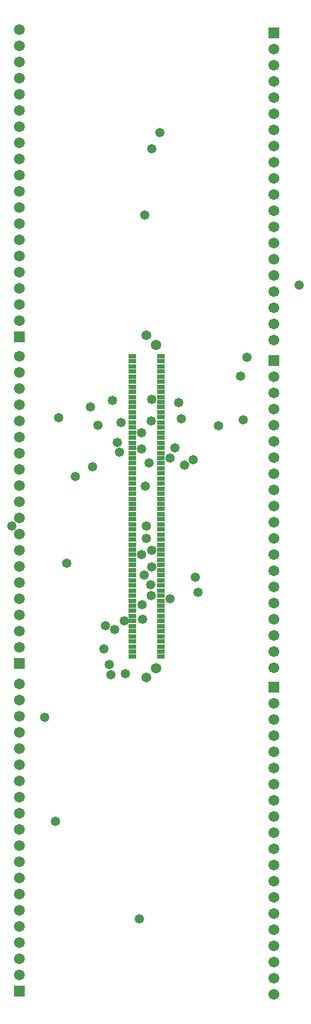
<source format=gts>
%TF.GenerationSoftware,Altium Limited,Altium Designer,22.11.1 (43)*%
G04 Layer_Color=8388736*
%FSLAX45Y45*%
%MOMM*%
%TF.SameCoordinates,8E6B7D1E-C15C-42CD-BC71-5E9529DE4995*%
%TF.FilePolarity,Negative*%
%TF.FileFunction,Soldermask,Top*%
%TF.Part,Single*%
G01*
G75*
%TA.AperFunction,SMDPad,CuDef*%
%ADD19R,1.30320X0.70320*%
%TA.AperFunction,ComponentPad*%
%ADD20R,1.70320X1.70320*%
%ADD21C,1.70320*%
%ADD22C,1.65320*%
%ADD23C,1.54120*%
%TA.AperFunction,ViaPad*%
%ADD24C,1.47320*%
D19*
X5024999Y10445999D02*
D03*
X5474995D02*
D03*
X5024999Y10365999D02*
D03*
X5474995D02*
D03*
X5024999Y10285999D02*
D03*
X5474995D02*
D03*
X5024999Y10205999D02*
D03*
X5474995D02*
D03*
X5024999Y10126000D02*
D03*
X5474995D02*
D03*
X5024999Y10046000D02*
D03*
X5474995D02*
D03*
X5024999Y9966000D02*
D03*
X5474995D02*
D03*
X5024999Y9886000D02*
D03*
X5474995D02*
D03*
X5024999Y9806000D02*
D03*
X5474995D02*
D03*
X5024999Y9726000D02*
D03*
X5474995D02*
D03*
X5024999Y9646001D02*
D03*
X5474995D02*
D03*
X5024999Y9566001D02*
D03*
X5474995D02*
D03*
X5024999Y9486001D02*
D03*
X5474995D02*
D03*
X5024999Y9406001D02*
D03*
X5474995D02*
D03*
X5024999Y9326001D02*
D03*
X5474995D02*
D03*
X5024999Y9246001D02*
D03*
X5474995D02*
D03*
X5024999Y9166001D02*
D03*
X5474995D02*
D03*
X5024999Y9086002D02*
D03*
X5474995D02*
D03*
X5024999Y9006002D02*
D03*
X5474995D02*
D03*
X5024999Y8926002D02*
D03*
X5474995D02*
D03*
X5024999Y8846002D02*
D03*
X5474995D02*
D03*
X5024999Y8766002D02*
D03*
X5474995D02*
D03*
X5024999Y8686002D02*
D03*
X5474995D02*
D03*
X5024999Y8606003D02*
D03*
X5474995D02*
D03*
X5024999Y8526003D02*
D03*
X5474995D02*
D03*
X5024999Y8446003D02*
D03*
X5474995D02*
D03*
X5024999Y8366003D02*
D03*
X5474995D02*
D03*
X5024999Y8286003D02*
D03*
X5474995D02*
D03*
X5024999Y8205998D02*
D03*
X5474995D02*
D03*
X5024999Y8125998D02*
D03*
X5474995D02*
D03*
X5024999Y8045999D02*
D03*
X5474995D02*
D03*
X5024999Y7965999D02*
D03*
X5474995D02*
D03*
X5024999Y7885999D02*
D03*
X5474995D02*
D03*
X5024999Y7805999D02*
D03*
X5474995D02*
D03*
X5024999Y7725999D02*
D03*
X5474995D02*
D03*
X5024999Y7645999D02*
D03*
X5474995D02*
D03*
X5024999Y7566000D02*
D03*
X5474995D02*
D03*
X5024999Y7486000D02*
D03*
X5474995D02*
D03*
X5024999Y7406000D02*
D03*
X5474995D02*
D03*
X5024999Y7326000D02*
D03*
X5474995D02*
D03*
X5024999Y7246000D02*
D03*
X5474995D02*
D03*
X5024999Y7166000D02*
D03*
X5474995D02*
D03*
X5024999Y7086001D02*
D03*
X5474995D02*
D03*
X5024999Y7006001D02*
D03*
X5474995D02*
D03*
X5024999Y6926001D02*
D03*
X5474995D02*
D03*
X5024999Y6846001D02*
D03*
X5474995D02*
D03*
X5024999Y6766001D02*
D03*
X5474995D02*
D03*
X5024999Y6686001D02*
D03*
X5474995D02*
D03*
X5024999Y6606002D02*
D03*
X5474995D02*
D03*
X5024999Y6526002D02*
D03*
X5474995D02*
D03*
X5024999Y6446002D02*
D03*
X5474995D02*
D03*
X5024999Y6366002D02*
D03*
X5474995D02*
D03*
X5024999Y6286002D02*
D03*
X5474995D02*
D03*
X5024999Y6206002D02*
D03*
X5474995D02*
D03*
X5024999Y6126002D02*
D03*
X5474995D02*
D03*
X5024999Y6046003D02*
D03*
X5474995D02*
D03*
X5024999Y5966003D02*
D03*
X5474995D02*
D03*
X5024999Y5886003D02*
D03*
X5474995D02*
D03*
X5024999Y5806003D02*
D03*
X5474995D02*
D03*
X5024999Y5725998D02*
D03*
X5474995D02*
D03*
D20*
X7249998Y15525999D02*
D03*
X3249996Y10750001D02*
D03*
X7249998Y10376002D02*
D03*
X3250001Y5624002D02*
D03*
X7249998Y5250002D02*
D03*
X3250001Y474000D02*
D03*
D21*
X7249998Y15271999D02*
D03*
Y15017999D02*
D03*
Y14763998D02*
D03*
Y14509999D02*
D03*
Y14256000D02*
D03*
Y14001999D02*
D03*
Y13748000D02*
D03*
Y13493999D02*
D03*
Y13239999D02*
D03*
Y12985999D02*
D03*
Y12731999D02*
D03*
Y12477999D02*
D03*
Y12223999D02*
D03*
Y11969999D02*
D03*
Y11715999D02*
D03*
Y11461999D02*
D03*
Y11207999D02*
D03*
Y10953999D02*
D03*
Y10699999D02*
D03*
X3249996Y11004001D02*
D03*
Y11258001D02*
D03*
Y11512001D02*
D03*
Y11766001D02*
D03*
Y12020001D02*
D03*
Y12274001D02*
D03*
Y12528001D02*
D03*
Y12782001D02*
D03*
Y13036002D02*
D03*
Y13290001D02*
D03*
Y13544000D02*
D03*
Y13798001D02*
D03*
Y14052000D02*
D03*
Y14306001D02*
D03*
Y14560001D02*
D03*
Y14814001D02*
D03*
Y15068001D02*
D03*
Y15322002D02*
D03*
Y15576001D02*
D03*
X7249998Y10122002D02*
D03*
Y9868002D02*
D03*
Y9614002D02*
D03*
Y9360002D02*
D03*
Y9106002D02*
D03*
Y8852002D02*
D03*
Y8598002D02*
D03*
Y8344002D02*
D03*
Y8090002D02*
D03*
Y7836002D02*
D03*
Y7582002D02*
D03*
Y7328002D02*
D03*
Y7074002D02*
D03*
Y6820002D02*
D03*
Y6566002D02*
D03*
Y6312002D02*
D03*
Y6058002D02*
D03*
Y5804002D02*
D03*
Y5550002D02*
D03*
X3250001Y5878002D02*
D03*
Y6132002D02*
D03*
Y6386002D02*
D03*
Y6640002D02*
D03*
Y6894002D02*
D03*
Y7148002D02*
D03*
Y7402002D02*
D03*
Y7656002D02*
D03*
Y7910002D02*
D03*
Y8164002D02*
D03*
Y8418002D02*
D03*
Y8672002D02*
D03*
Y8926002D02*
D03*
Y9180002D02*
D03*
Y9434002D02*
D03*
Y9688002D02*
D03*
Y9942002D02*
D03*
Y10196002D02*
D03*
Y10450002D02*
D03*
X7249998Y4996002D02*
D03*
Y4742002D02*
D03*
Y4488002D02*
D03*
Y4234002D02*
D03*
Y3980002D02*
D03*
Y3726002D02*
D03*
Y3472002D02*
D03*
Y3218002D02*
D03*
Y2964002D02*
D03*
Y2710002D02*
D03*
Y2456002D02*
D03*
Y2202002D02*
D03*
Y1948002D02*
D03*
Y1694002D02*
D03*
Y1440002D02*
D03*
Y1186002D02*
D03*
Y932002D02*
D03*
Y678002D02*
D03*
Y424002D02*
D03*
X3250001Y728000D02*
D03*
Y982000D02*
D03*
Y1236000D02*
D03*
Y1490000D02*
D03*
Y1744000D02*
D03*
Y1998000D02*
D03*
Y2252000D02*
D03*
Y2506000D02*
D03*
Y2760000D02*
D03*
Y3014000D02*
D03*
Y3268000D02*
D03*
Y3522000D02*
D03*
Y3776000D02*
D03*
Y4030000D02*
D03*
Y4284000D02*
D03*
Y4538000D02*
D03*
Y4792000D02*
D03*
Y5046000D02*
D03*
Y5300000D02*
D03*
D22*
X5399994Y5545999D02*
D03*
Y10625999D02*
D03*
D23*
X5249997Y5396001D02*
D03*
Y10776001D02*
D03*
D24*
X5328920Y13705840D02*
D03*
X5331460Y9766300D02*
D03*
X4363837Y9646001D02*
D03*
X5753100Y9720580D02*
D03*
X3868420Y9484330D02*
D03*
X4482658Y9359422D02*
D03*
X4848860Y9406001D02*
D03*
X7653020Y11566977D02*
D03*
X4126057Y8554720D02*
D03*
X5168900Y8986571D02*
D03*
X6731000Y10134600D02*
D03*
X5323840Y9433560D02*
D03*
X3134360Y7782560D02*
D03*
X5250180D02*
D03*
X5291282Y8766002D02*
D03*
X5247640Y7584222D02*
D03*
X3997960Y7193280D02*
D03*
X6017260Y6971909D02*
D03*
X5173980Y7327900D02*
D03*
X5331460Y7132320D02*
D03*
X6058332Y6733540D02*
D03*
X3647440Y4770120D02*
D03*
X4605498Y6216010D02*
D03*
X5623560Y6635201D02*
D03*
X4744720Y6151880D02*
D03*
X5321838Y6687820D02*
D03*
X5181600Y6542141D02*
D03*
X5188458Y6315202D02*
D03*
X4577080Y5849620D02*
D03*
X4686300Y5445760D02*
D03*
X3812540Y3141980D02*
D03*
X4663440Y5605780D02*
D03*
X4919980Y5456763D02*
D03*
X5328920Y7396480D02*
D03*
X5311699Y6852920D02*
D03*
X5214620Y7006001D02*
D03*
X5851083Y8735060D02*
D03*
X5983524Y8816340D02*
D03*
X6771640Y9448800D02*
D03*
X5621020Y8841740D02*
D03*
X5696382Y9006002D02*
D03*
X6830060Y10431780D02*
D03*
X5793740Y9466580D02*
D03*
X6382619Y9356806D02*
D03*
X4403090Y8710930D02*
D03*
X5232400Y8402320D02*
D03*
X4897120Y6286500D02*
D03*
X5135880Y1610360D02*
D03*
X5168900Y9246001D02*
D03*
X4711360Y9753600D02*
D03*
X4790440Y9093200D02*
D03*
X4820920Y8940800D02*
D03*
X5224780Y12666980D02*
D03*
X5458460Y13959840D02*
D03*
%TF.MD5,5bc572265269d559b61bf4f6ca312abc*%
M02*

</source>
